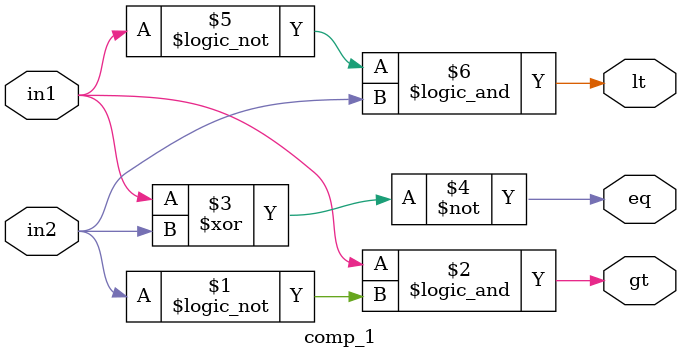
<source format=v>
module comparator(
    input [15:0] in1,
    input [15:0] in2,
    output signed [1:0] out
);
    wire gt_low, eq_low, lt_low;
    wire gt_high, eq_high, lt_high;


    comp_8 DUT_COMP_LOW (
         .in1(in1[7:0]),
         .in2(in2[7:0]),
         .gt(gt_low),
         .eq(eq_low),
         .lt(lt_low)
    );
    
    comp_8 DUT_COMP_HIGH (
         .in1(in1[15:8]),
         .in2(in2[15:8]),
         .gt(gt_high),
         .eq(eq_high),
         .lt(lt_high)
    );
    
    
    reg signed [1:0] out_reg;
    
    wire greater = gt_high || (eq_high && gt_low);
    wire less = lt_high || (eq_high && lt_low);
    wire equal = eq_high && eq_low;
    
    always @(*) begin
       
        case({greater, equal, less})
            3'b100: out_reg = 2'sb01; // 1
            3'b010: out_reg = 2'sb00; // 0
            3'b001: out_reg = 2'sb11; // -1 
            default: out_reg = 2'sbxx; // x
        endcase
    end
    
    assign out = out_reg;

endmodule

module comp_8(
    input [7:0] in1,
    input [7:0] in2,
    output gt, eq, lt
);
    wire gt_low, eq_low, lt_low;
    wire gt_high, eq_high, lt_high;

    comp_4 DUT_COMP_LOW (
         .in1(in1[3:0]),
         .in2(in2[3:0]),
         .gt(gt_low),
         .eq(eq_low),
         .lt(lt_low)
    );
    
    comp_4 DUT_COMP_HIGH (
         .in1(in1[7:4]),
         .in2(in2[7:4]),
         .gt(gt_high),
         .eq(eq_high),
         .lt(lt_high)
    );
    
    reg gt_reg, eq_reg, lt_reg;
    
    wire greater = gt_high || (eq_high && gt_low);
    wire less = lt_high || (eq_high && lt_low);

    always @(*) begin
        casex({greater, less})
            2'b1x: {gt_reg, eq_reg, lt_reg} = 3'b100;
            2'b01: {gt_reg, eq_reg, lt_reg} = 3'b001;
            default: {gt_reg, eq_reg, lt_reg} = 3'b010;
        endcase
    end

    assign gt = gt_reg;
    assign eq = eq_reg;
    assign lt = lt_reg;
    

endmodule

module comp_4(
    input [3:0] in1, // edit:signed 
    input [3:0] in2,
    output gt, eq, lt
);
    wire gt_low, eq_low, lt_low;
    wire gt_high, eq_high, lt_high;

    comp_2 DUT_COMP_LOW (
         .in1(in1[1:0]),
         .in2(in2[1:0]),
         .gt(gt_low),
         .eq(eq_low),
         .lt(lt_low)
    );
    
    comp_2 DUT_COMP_HIGH (
         .in1(in1[3:2]),
         .in2(in2[3:2]),
         .gt(gt_high),
         .eq(eq_high),
         .lt(lt_high)
    );
    
    
    reg gt_reg, eq_reg, lt_reg;
    
    wire greater = gt_high || (eq_high && gt_low);
    wire less = lt_high || (eq_high && lt_low);

    always @(*) begin
        casex({greater, less})
            2'b1x: {gt_reg, eq_reg, lt_reg} = 3'b100;
            2'b01: {gt_reg, eq_reg, lt_reg} = 3'b001;
            default: {gt_reg, eq_reg, lt_reg} = 3'b010;
        endcase
    end

    assign gt = gt_reg;
    assign eq = eq_reg;
    assign lt = lt_reg;
    

endmodule


module comp_2(
    input [1:0] in1,
    input [1:0] in2,
    output gt, eq, lt
);
    wire gt_low, eq_low, lt_low;
    wire gt_high, eq_high, lt_high;

    comp_1 DUT_COMP_LOW (
         .in1(in1[0]),
         .in2(in2[0]),
         .gt(gt_low),
         .eq(eq_low),
         .lt(lt_low)
    );
    
    comp_1 DUT_COMP_HIGH (
         .in1(in1[1]),
         .in2(in2[1]),
         .gt(gt_high),
         .eq(eq_high),
         .lt(lt_high)
    );
    
    
    reg gt_reg, eq_reg, lt_reg;
    
    wire greater = gt_high || (eq_high && gt_low);
    wire less = lt_high || (eq_high && lt_low);

    always @(*) begin
        casex({greater, less})
            2'b1x: {gt_reg, eq_reg, lt_reg} = 3'b100;
            2'b01: {gt_reg, eq_reg, lt_reg} = 3'b001;
            default: {gt_reg, eq_reg, lt_reg} = 3'b010;
        endcase
    end
    
    
    assign gt = gt_reg;
    assign eq = eq_reg;
    assign lt = lt_reg;
    

endmodule

module comp_1(
    input in1,
    input in2,
    output gt, eq, lt
);
    
    assign gt = in1 && (!in2);
    assign eq = ~(in1 ^ in2);
    assign lt = (!in1) && in2;
    

endmodule

</source>
